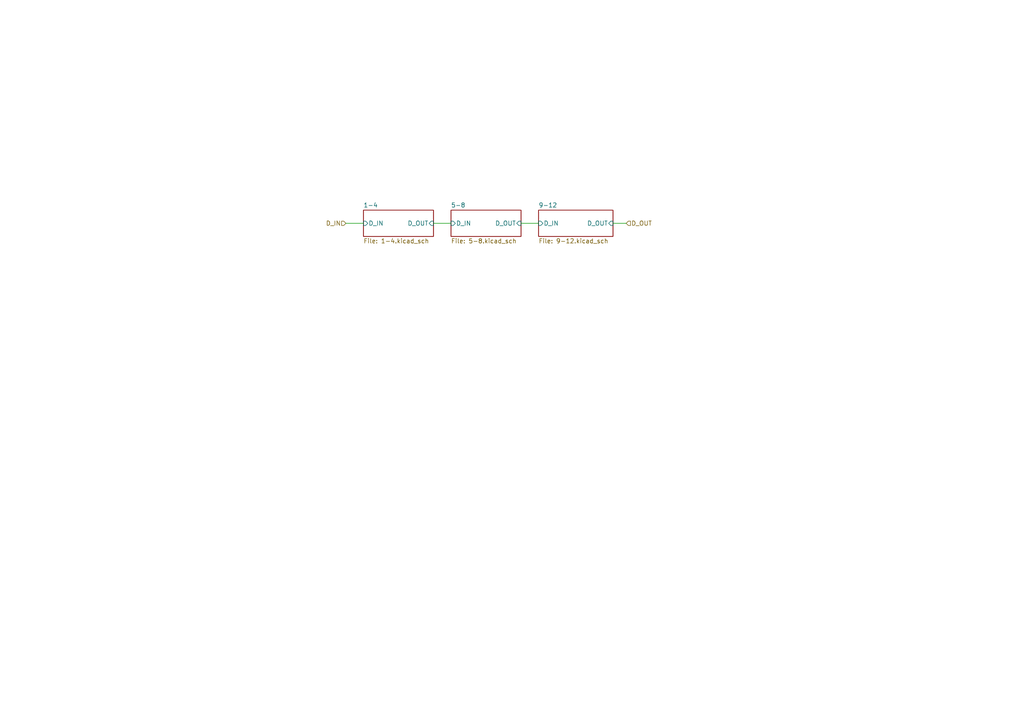
<source format=kicad_sch>
(kicad_sch
	(version 20250114)
	(generator "eeschema")
	(generator_version "9.0")
	(uuid "170b57e8-7471-4dd4-9d1f-ae6dd47651dd")
	(paper "A4")
	(lib_symbols)
	(wire
		(pts
			(xy 151.13 64.77) (xy 156.21 64.77)
		)
		(stroke
			(width 0)
			(type default)
		)
		(uuid "679235f0-7342-4d38-b7bc-7e7d3387cf6f")
	)
	(wire
		(pts
			(xy 100.33 64.77) (xy 105.41 64.77)
		)
		(stroke
			(width 0)
			(type default)
		)
		(uuid "a6e180a6-3dee-401c-9ae2-cd4f373099ba")
	)
	(wire
		(pts
			(xy 125.73 64.77) (xy 130.81 64.77)
		)
		(stroke
			(width 0)
			(type default)
		)
		(uuid "c00f6b07-0a2a-4aa9-be84-fe4beec21c13")
	)
	(wire
		(pts
			(xy 181.61 64.77) (xy 177.8 64.77)
		)
		(stroke
			(width 0)
			(type default)
		)
		(uuid "cc7763a8-f57f-4453-b21e-457a98801af0")
	)
	(hierarchical_label "D_IN"
		(shape input)
		(at 100.33 64.77 180)
		(effects
			(font
				(size 1.27 1.27)
			)
			(justify right)
		)
		(uuid "e6ce4820-c3eb-41c3-afde-8008784740cf")
	)
	(hierarchical_label "D_OUT"
		(shape input)
		(at 181.61 64.77 0)
		(effects
			(font
				(size 1.27 1.27)
			)
			(justify left)
		)
		(uuid "fa4c0c6d-e217-4703-a706-053bd6413013")
	)
	(sheet
		(at 156.21 60.96)
		(size 21.59 7.62)
		(exclude_from_sim no)
		(in_bom yes)
		(on_board yes)
		(dnp no)
		(fields_autoplaced yes)
		(stroke
			(width 0.1524)
			(type solid)
		)
		(fill
			(color 0 0 0 0.0000)
		)
		(uuid "16d74144-3645-47c1-8a5e-1320178e0837")
		(property "Sheetname" "9-12"
			(at 156.21 60.2484 0)
			(effects
				(font
					(size 1.27 1.27)
				)
				(justify left bottom)
			)
		)
		(property "Sheetfile" "9-12.kicad_sch"
			(at 156.21 69.1646 0)
			(effects
				(font
					(size 1.27 1.27)
				)
				(justify left top)
			)
		)
		(pin "D_IN" input
			(at 156.21 64.77 180)
			(uuid "e94cab9b-61e5-40b1-8b29-633590e32711")
			(effects
				(font
					(size 1.27 1.27)
				)
				(justify left)
			)
		)
		(pin "D_OUT" input
			(at 177.8 64.77 0)
			(uuid "49fa88e2-0595-4b0d-ac92-392bb2df8332")
			(effects
				(font
					(size 1.27 1.27)
				)
				(justify right)
			)
		)
		(instances
			(project "ws2812-matrix"
				(path "/6f3f4de5-efdd-4711-a702-77d5ad3eae24/3ec5b1cd-8360-4927-847f-aff96288f2bb"
					(page "5")
				)
			)
		)
	)
	(sheet
		(at 105.41 60.96)
		(size 20.32 7.62)
		(exclude_from_sim no)
		(in_bom yes)
		(on_board yes)
		(dnp no)
		(fields_autoplaced yes)
		(stroke
			(width 0.1524)
			(type solid)
		)
		(fill
			(color 0 0 0 0.0000)
		)
		(uuid "1930c254-c097-47a5-a38e-d6d1b644e8bc")
		(property "Sheetname" "1-4"
			(at 105.41 60.2484 0)
			(effects
				(font
					(size 1.27 1.27)
				)
				(justify left bottom)
			)
		)
		(property "Sheetfile" "1-4.kicad_sch"
			(at 105.41 69.1646 0)
			(effects
				(font
					(size 1.27 1.27)
				)
				(justify left top)
			)
		)
		(pin "D_IN" input
			(at 105.41 64.77 180)
			(uuid "d105e6a8-deac-423a-b003-1f5d2c3f15d9")
			(effects
				(font
					(size 1.27 1.27)
				)
				(justify left)
			)
		)
		(pin "D_OUT" input
			(at 125.73 64.77 0)
			(uuid "6728ee80-30db-42a3-b7cb-aac66b3478cd")
			(effects
				(font
					(size 1.27 1.27)
				)
				(justify right)
			)
		)
		(instances
			(project "ws2812-matrix"
				(path "/6f3f4de5-efdd-4711-a702-77d5ad3eae24/3ec5b1cd-8360-4927-847f-aff96288f2bb"
					(page "3")
				)
			)
		)
	)
	(sheet
		(at 130.81 60.96)
		(size 20.32 7.62)
		(exclude_from_sim no)
		(in_bom yes)
		(on_board yes)
		(dnp no)
		(fields_autoplaced yes)
		(stroke
			(width 0.1524)
			(type solid)
		)
		(fill
			(color 0 0 0 0.0000)
		)
		(uuid "93f518b1-4eb9-45db-a9a6-8ee83923f48a")
		(property "Sheetname" "5-8"
			(at 130.81 60.2484 0)
			(effects
				(font
					(size 1.27 1.27)
				)
				(justify left bottom)
			)
		)
		(property "Sheetfile" "5-8.kicad_sch"
			(at 130.81 69.1646 0)
			(effects
				(font
					(size 1.27 1.27)
				)
				(justify left top)
			)
		)
		(pin "D_IN" input
			(at 130.81 64.77 180)
			(uuid "3346f762-95d0-442a-8f95-057aa26d4ff2")
			(effects
				(font
					(size 1.27 1.27)
				)
				(justify left)
			)
		)
		(pin "D_OUT" input
			(at 151.13 64.77 0)
			(uuid "a535b6b9-020b-43b9-bec3-6e3ed1374011")
			(effects
				(font
					(size 1.27 1.27)
				)
				(justify right)
			)
		)
		(instances
			(project "ws2812-matrix"
				(path "/6f3f4de5-efdd-4711-a702-77d5ad3eae24/3ec5b1cd-8360-4927-847f-aff96288f2bb"
					(page "4")
				)
			)
		)
	)
)

</source>
